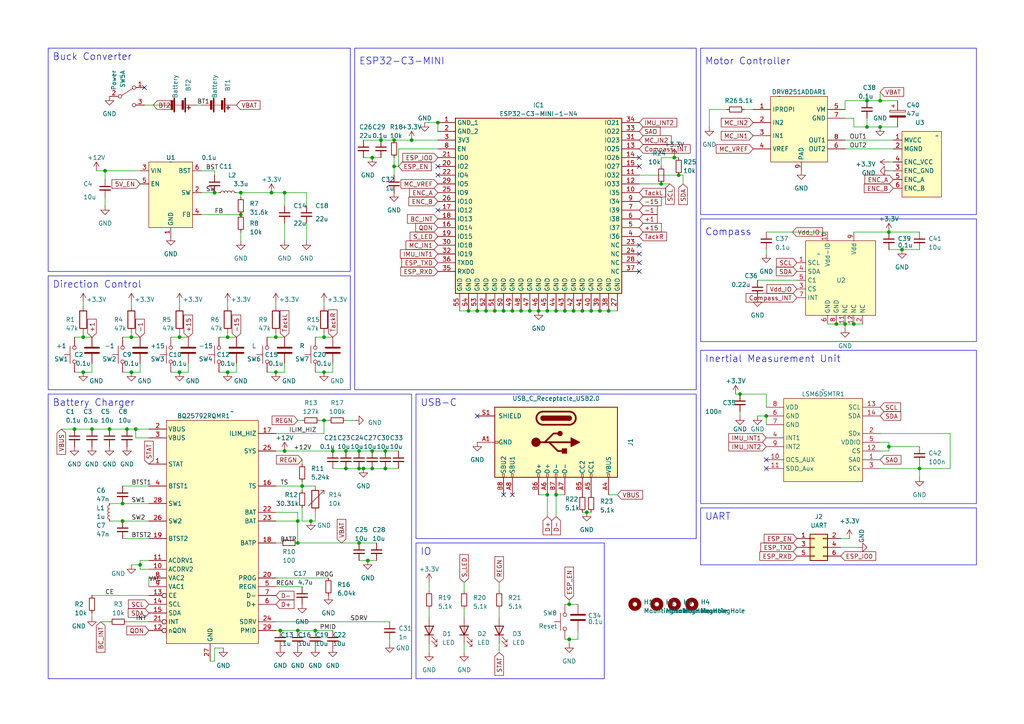
<source format=kicad_sch>
(kicad_sch (version 20230121) (generator eeschema)
  (paper "A4")
  (junction (at 69.85 62.23))
  (junction (at 191.77 53.34))
  (junction (at 38.1 107.95))
  (junction (at 247.65 93.98))
  (junction (at 24.13 107.95))
  (junction (at 31.75 124.46))
  (junction (at 82.55 130.81))
  (junction (at 110.49 40.64))
  (junction (at 161.29 143.51))
  (junction (at 266.7 135.89))
  (junction (at 165.1 185.42))
  (junction (at 165.1 175.26))
  (junction (at 69.85 55.88))
  (junction (at 81.28 182.88))
  (junction (at 114.3 48.26))
  (junction (at 245.11 93.98))
  (junction (at 39.37 124.46))
  (junction (at 80.01 107.95))
  (junction (at 52.07 107.95))
  (junction (at 86.36 151.13))
  (junction (at 93.98 121.92))
  (junction (at 24.13 97.79))
  (junction (at 106.68 162.56))
  (junction (at 35.56 146.05))
  (junction (at 196.85 50.8))
  (junction (at 107.95 135.89))
  (junction (at 107.95 130.81))
  (junction (at 168.91 90.17))
  (junction (at 111.76 130.81))
  (junction (at 66.04 97.79))
  (junction (at 166.37 90.17))
  (junction (at 135.89 90.17))
  (junction (at 87.63 140.97))
  (junction (at 173.99 90.17))
  (junction (at 107.95 45.72))
  (junction (at 38.1 97.79))
  (junction (at 153.67 90.17))
  (junction (at 105.41 135.89))
  (junction (at 100.33 135.89))
  (junction (at 257.81 67.31))
  (junction (at 158.75 90.17))
  (junction (at 40.64 163.83))
  (junction (at 251.46 36.83))
  (junction (at 104.14 135.89))
  (junction (at 35.56 151.13))
  (junction (at 143.51 90.17))
  (junction (at 127 35.56))
  (junction (at 82.55 55.88))
  (junction (at 163.83 90.17))
  (junction (at 114.3 40.64))
  (junction (at 80.01 97.79))
  (junction (at 36.83 124.46))
  (junction (at 104.14 130.81))
  (junction (at 52.07 97.79))
  (junction (at 86.36 182.88))
  (junction (at 96.52 130.81))
  (junction (at 255.27 36.83))
  (junction (at 222.25 120.65))
  (junction (at 91.44 182.88))
  (junction (at 156.21 90.17))
  (junction (at 111.76 135.89))
  (junction (at 148.59 90.17))
  (junction (at 21.59 124.46))
  (junction (at 161.29 90.17))
  (junction (at 242.57 93.98))
  (junction (at 261.62 72.39))
  (junction (at 251.46 29.21))
  (junction (at 176.53 90.17))
  (junction (at 214.63 114.3))
  (junction (at 171.45 90.17))
  (junction (at 158.75 143.51))
  (junction (at 146.05 90.17))
  (junction (at 100.33 130.81))
  (junction (at 119.38 40.64))
  (junction (at 62.23 55.88))
  (junction (at 257.81 129.54))
  (junction (at 93.98 97.79))
  (junction (at 138.43 90.17))
  (junction (at 151.13 90.17))
  (junction (at 93.98 107.95))
  (junction (at 26.67 124.46))
  (junction (at 255.27 29.21))
  (junction (at 195.58 45.72))
  (junction (at 170.18 148.59))
  (junction (at 86.36 157.48))
  (junction (at 140.97 90.17))
  (junction (at 30.48 49.53))
  (junction (at 104.14 157.48))
  (junction (at 90.17 151.13))
  (junction (at 78.74 55.88))
  (junction (at 66.04 107.95))
  (no_connect (at 127 60.96))
  (no_connect (at 41.91 25.4))
  (no_connect (at 185.42 73.66))
  (no_connect (at 222.25 133.35))
  (no_connect (at 148.59 143.51))
  (no_connect (at 146.05 143.51))
  (no_connect (at 185.42 71.12))
  (no_connect (at 127 50.8))
  (no_connect (at 138.43 120.65))
  (no_connect (at 185.42 76.2))
  (no_connect (at 222.25 135.89))
  (no_connect (at 185.42 45.72))
  (no_connect (at 185.42 48.26))
  (no_connect (at 127 48.26))
  (no_connect (at 185.42 78.74))
  (wire (pts (xy 87.63 147.32) (xy 87.63 151.13)))
  (wire (pts (xy 27.94 49.53) (xy 30.48 49.53)))
  (wire (pts (xy 21.59 107.95) (xy 24.13 107.95)))
  (wire (pts (xy 138.43 90.17) (xy 140.97 90.17)))
  (wire (pts (xy 30.48 52.07) (xy 30.48 49.53)))
  (wire (pts (xy 80.01 151.13) (xy 86.36 151.13)))
  (wire (pts (xy 96.52 130.81) (xy 100.33 130.81)))
  (wire (pts (xy 110.49 40.64) (xy 114.3 40.64)))
  (wire (pts (xy 257.81 49.53) (xy 259.08 49.53)))
  (wire (pts (xy 257.81 129.54) (xy 257.81 128.27)))
  (wire (pts (xy 62.23 191.77) (xy 60.96 191.77)))
  (wire (pts (xy 40.64 162.56) (xy 43.18 162.56)))
  (wire (pts (xy 107.95 45.72) (xy 110.49 45.72)))
  (wire (pts (xy 93.98 97.79) (xy 96.52 97.79)))
  (wire (pts (xy 80.01 97.79) (xy 80.01 96.52)))
  (wire (pts (xy 165.1 173.99) (xy 165.1 175.26)))
  (wire (pts (xy 38.1 87.63) (xy 38.1 88.9)))
  (wire (pts (xy 245.11 34.29) (xy 247.65 34.29)))
  (wire (pts (xy 26.67 172.72) (xy 43.18 172.72)))
  (wire (pts (xy 214.63 120.65) (xy 214.63 119.38)))
  (wire (pts (xy 148.59 90.17) (xy 151.13 90.17)))
  (wire (pts (xy 31.75 146.05) (xy 35.56 146.05)))
  (wire (pts (xy 38.1 107.95) (xy 40.64 107.95)))
  (wire (pts (xy 191.77 48.26) (xy 191.77 45.72)))
  (wire (pts (xy 222.25 72.39) (xy 222.25 73.66)))
  (wire (pts (xy 69.85 57.15) (xy 69.85 55.88)))
  (wire (pts (xy 245.11 29.21) (xy 245.11 31.75)))
  (wire (pts (xy 133.35 90.17) (xy 135.89 90.17)))
  (wire (pts (xy 123.19 35.56) (xy 127 35.56)))
  (wire (pts (xy 104.14 157.48) (xy 109.22 157.48)))
  (wire (pts (xy 82.55 107.95) (xy 82.55 105.41)))
  (wire (pts (xy 119.38 40.64) (xy 114.3 40.64)))
  (wire (pts (xy 140.97 90.17) (xy 143.51 90.17)))
  (wire (pts (xy 257.81 129.54) (xy 266.7 129.54)))
  (wire (pts (xy 144.78 189.23) (xy 144.78 186.69)))
  (wire (pts (xy 64.77 187.96) (xy 62.23 187.96)))
  (wire (pts (xy 26.67 179.07) (xy 26.67 177.8)))
  (wire (pts (xy 46.99 30.48) (xy 41.91 30.48)))
  (wire (pts (xy 219.71 81.28) (xy 231.14 81.28)))
  (wire (pts (xy 88.9 64.77) (xy 88.9 69.85)))
  (wire (pts (xy 124.46 168.91) (xy 124.46 171.45)))
  (wire (pts (xy 62.23 55.88) (xy 63.5 55.88)))
  (wire (pts (xy 170.18 148.59) (xy 171.45 148.59)))
  (wire (pts (xy 58.42 62.23) (xy 69.85 62.23)))
  (wire (pts (xy 86.36 151.13) (xy 86.36 157.48)))
  (wire (pts (xy 87.63 151.13) (xy 90.17 151.13)))
  (wire (pts (xy 222.25 120.65) (xy 222.25 123.19)))
  (wire (pts (xy 176.53 143.51) (xy 179.07 143.51)))
  (wire (pts (xy 87.63 139.7) (xy 87.63 140.97)))
  (wire (pts (xy 134.62 168.91) (xy 134.62 171.45)))
  (wire (pts (xy 35.56 107.95) (xy 38.1 107.95)))
  (wire (pts (xy 52.07 97.79) (xy 54.61 97.79)))
  (wire (pts (xy 134.62 189.23) (xy 134.62 186.69)))
  (wire (pts (xy 222.25 67.31) (xy 240.03 67.31)))
  (wire (pts (xy 86.36 182.88) (xy 91.44 182.88)))
  (wire (pts (xy 24.13 97.79) (xy 24.13 96.52)))
  (wire (pts (xy 40.64 163.83) (xy 40.64 162.56)))
  (wire (pts (xy 35.56 97.79) (xy 38.1 97.79)))
  (wire (pts (xy 80.01 167.64) (xy 95.25 167.64)))
  (wire (pts (xy 66.04 87.63) (xy 66.04 88.9)))
  (wire (pts (xy 114.3 48.26) (xy 114.3 50.8)))
  (wire (pts (xy 111.76 135.89) (xy 115.57 135.89)))
  (wire (pts (xy 168.91 148.59) (xy 170.18 148.59)))
  (wire (pts (xy 257.81 46.99) (xy 259.08 46.99)))
  (wire (pts (xy 80.01 180.34) (xy 113.03 180.34)))
  (wire (pts (xy 62.23 187.96) (xy 62.23 191.77)))
  (wire (pts (xy 93.98 121.92) (xy 95.25 121.92)))
  (wire (pts (xy 91.44 182.88) (xy 96.52 182.88)))
  (wire (pts (xy 245.11 43.18) (xy 259.08 43.18)))
  (wire (pts (xy 245.11 93.98) (xy 245.11 95.25)))
  (wire (pts (xy 38.1 163.83) (xy 40.64 163.83)))
  (wire (pts (xy 151.13 90.17) (xy 153.67 90.17)))
  (wire (pts (xy 100.33 130.81) (xy 104.14 130.81)))
  (wire (pts (xy 163.83 185.42) (xy 165.1 185.42)))
  (wire (pts (xy 213.36 114.3) (xy 214.63 114.3)))
  (wire (pts (xy 143.51 90.17) (xy 146.05 90.17)))
  (wire (pts (xy 195.58 45.72) (xy 196.85 45.72)))
  (wire (pts (xy 255.27 125.73) (xy 275.59 125.73)))
  (wire (pts (xy 68.58 107.95) (xy 68.58 105.41)))
  (wire (pts (xy 104.14 162.56) (xy 106.68 162.56)))
  (wire (pts (xy 107.95 135.89) (xy 111.76 135.89)))
  (wire (pts (xy 165.1 175.26) (xy 167.64 175.26)))
  (wire (pts (xy 243.84 156.21) (xy 246.38 156.21)))
  (wire (pts (xy 247.65 34.29) (xy 247.65 36.83)))
  (wire (pts (xy 153.67 90.17) (xy 156.21 90.17)))
  (wire (pts (xy 93.98 87.63) (xy 93.98 88.9)))
  (wire (pts (xy 219.71 120.65) (xy 222.25 120.65)))
  (wire (pts (xy 242.57 93.98) (xy 245.11 93.98)))
  (wire (pts (xy 158.75 143.51) (xy 156.21 143.51)))
  (wire (pts (xy 30.48 57.15) (xy 30.48 59.69)))
  (wire (pts (xy 161.29 143.51) (xy 161.29 149.86)))
  (wire (pts (xy 69.85 55.88) (xy 68.58 55.88)))
  (wire (pts (xy 35.56 140.97) (xy 43.18 140.97)))
  (wire (pts (xy 66.04 97.79) (xy 66.04 96.52)))
  (wire (pts (xy 80.01 140.97) (xy 87.63 140.97)))
  (wire (pts (xy 245.11 40.64) (xy 259.08 40.64)))
  (wire (pts (xy 100.33 121.92) (xy 102.87 121.92)))
  (wire (pts (xy 86.36 157.48) (xy 104.14 157.48)))
  (wire (pts (xy 49.53 97.79) (xy 52.07 97.79)))
  (wire (pts (xy 38.1 97.79) (xy 38.1 96.52)))
  (wire (pts (xy 80.01 107.95) (xy 82.55 107.95)))
  (wire (pts (xy 247.65 67.31) (xy 257.81 67.31)))
  (wire (pts (xy 111.76 130.81) (xy 115.57 130.81)))
  (wire (pts (xy 255.27 36.83) (xy 260.35 36.83)))
  (wire (pts (xy 35.56 151.13) (xy 31.75 151.13)))
  (wire (pts (xy 66.04 97.79) (xy 68.58 97.79)))
  (wire (pts (xy 36.83 124.46) (xy 39.37 124.46)))
  (wire (pts (xy 255.27 130.81) (xy 257.81 130.81)))
  (wire (pts (xy 93.98 97.79) (xy 93.98 96.52)))
  (wire (pts (xy 91.44 97.79) (xy 93.98 97.79)))
  (wire (pts (xy 255.27 135.89) (xy 266.7 135.89)))
  (wire (pts (xy 96.52 107.95) (xy 96.52 105.41)))
  (wire (pts (xy 106.68 162.56) (xy 109.22 162.56)))
  (wire (pts (xy 114.3 48.26) (xy 115.57 48.26)))
  (wire (pts (xy 165.1 185.42) (xy 165.1 186.69)))
  (wire (pts (xy 161.29 90.17) (xy 163.83 90.17)))
  (wire (pts (xy 80.01 125.73) (xy 93.98 125.73)))
  (wire (pts (xy 52.07 97.79) (xy 52.07 96.52)))
  (wire (pts (xy 163.83 175.26) (xy 165.1 175.26)))
  (wire (pts (xy 81.28 182.88) (xy 86.36 182.88)))
  (wire (pts (xy 168.91 90.17) (xy 171.45 90.17)))
  (wire (pts (xy 69.85 67.31) (xy 69.85 69.85)))
  (wire (pts (xy 107.95 130.81) (xy 111.76 130.81)))
  (wire (pts (xy 196.85 50.8) (xy 198.12 50.8)))
  (wire (pts (xy 80.01 148.59) (xy 86.36 148.59)))
  (wire (pts (xy 144.78 168.91) (xy 144.78 171.45)))
  (wire (pts (xy 127 35.56) (xy 127 38.1)))
  (wire (pts (xy 266.7 134.62) (xy 266.7 135.89)))
  (wire (pts (xy 40.64 107.95) (xy 40.64 105.41)))
  (wire (pts (xy 26.67 124.46) (xy 31.75 124.46)))
  (wire (pts (xy 52.07 87.63) (xy 52.07 88.9)))
  (wire (pts (xy 43.18 167.64) (xy 43.18 170.18)))
  (wire (pts (xy 163.83 90.17) (xy 166.37 90.17)))
  (wire (pts (xy 115.57 43.18) (xy 127 43.18)))
  (wire (pts (xy 38.1 97.79) (xy 40.64 97.79)))
  (wire (pts (xy 176.53 90.17) (xy 179.07 90.17)))
  (wire (pts (xy 87.63 140.97) (xy 91.44 140.97)))
  (wire (pts (xy 93.98 125.73) (xy 93.98 121.92)))
  (wire (pts (xy 77.47 97.79) (xy 80.01 97.79)))
  (wire (pts (xy 82.55 130.81) (xy 80.01 130.81)))
  (wire (pts (xy 29.21 180.34) (xy 31.75 180.34)))
  (wire (pts (xy 104.14 130.81) (xy 107.95 130.81)))
  (wire (pts (xy 31.75 124.46) (xy 36.83 124.46)))
  (wire (pts (xy 240.03 93.98) (xy 242.57 93.98)))
  (wire (pts (xy 257.81 67.31) (xy 266.7 67.31)))
  (wire (pts (xy 167.64 182.88) (xy 167.64 185.42)))
  (wire (pts (xy 105.41 135.89) (xy 107.95 135.89)))
  (wire (pts (xy 166.37 90.17) (xy 168.91 90.17)))
  (wire (pts (xy 43.18 127) (xy 39.37 127)))
  (wire (pts (xy 17.78 124.46) (xy 21.59 124.46)))
  (wire (pts (xy 257.81 130.81) (xy 257.81 129.54)))
  (wire (pts (xy 105.41 40.64) (xy 110.49 40.64)))
  (wire (pts (xy 88.9 59.69) (xy 88.9 55.88)))
  (wire (pts (xy 62.23 49.53) (xy 62.23 50.8)))
  (wire (pts (xy 275.59 135.89) (xy 266.7 135.89)))
  (wire (pts (xy 247.65 36.83) (xy 251.46 36.83)))
  (wire (pts (xy 91.44 151.13) (xy 91.44 148.59)))
  (wire (pts (xy 30.48 49.53) (xy 40.64 49.53)))
  (wire (pts (xy 251.46 36.83) (xy 255.27 36.83)))
  (wire (pts (xy 222.25 118.11) (xy 222.25 114.3)))
  (wire (pts (xy 257.81 128.27) (xy 255.27 128.27)))
  (wire (pts (xy 198.12 50.8) (xy 198.12 53.34)))
  (wire (pts (xy 93.98 107.95) (xy 96.52 107.95)))
  (wire (pts (xy 251.46 29.21) (xy 255.27 29.21)))
  (wire (pts (xy 82.55 64.77) (xy 82.55 69.85)))
  (wire (pts (xy 113.03 186.69) (xy 113.03 185.42)))
  (wire (pts (xy 257.81 72.39) (xy 261.62 72.39)))
  (wire (pts (xy 21.59 97.79) (xy 24.13 97.79)))
  (wire (pts (xy 35.56 146.05) (xy 43.18 146.05)))
  (wire (pts (xy 24.13 107.95) (xy 26.67 107.95)))
  (wire (pts (xy 35.56 151.13) (xy 43.18 151.13)))
  (wire (pts (xy 247.65 93.98) (xy 245.11 93.98)))
  (wire (pts (xy 163.83 143.51) (xy 161.29 143.51)))
  (wire (pts (xy 194.31 53.34) (xy 191.77 53.34)))
  (wire (pts (xy 78.74 55.88) (xy 82.55 55.88)))
  (wire (pts (xy 86.36 121.92) (xy 87.63 121.92)))
  (wire (pts (xy 82.55 130.81) (xy 96.52 130.81)))
  (wire (pts (xy 250.19 93.98) (xy 247.65 93.98)))
  (wire (pts (xy 39.37 127) (xy 39.37 124.46)))
  (wire (pts (xy 87.63 133.35) (xy 87.63 134.62)))
  (wire (pts (xy 245.11 29.21) (xy 251.46 29.21)))
  (wire (pts (xy 214.63 114.3) (xy 222.25 114.3)))
  (wire (pts (xy 39.37 124.46) (xy 43.18 124.46)))
  (wire (pts (xy 69.85 55.88) (xy 78.74 55.88)))
  (wire (pts (xy 124.46 176.53) (xy 124.46 179.07)))
  (wire (pts (xy 35.56 156.21) (xy 43.18 156.21)))
  (wire (pts (xy 80.01 97.79) (xy 82.55 97.79)))
  (wire (pts (xy 243.84 158.75) (xy 248.92 158.75)))
  (wire (pts (xy 146.05 90.17) (xy 148.59 90.17)))
  (wire (pts (xy 36.83 180.34) (xy 43.18 180.34)))
  (wire (pts (xy 58.42 49.53) (xy 62.23 49.53)))
  (wire (pts (xy 114.3 48.26) (xy 114.3 45.72)))
  (wire (pts (xy 24.13 87.63) (xy 24.13 88.9)))
  (wire (pts (xy 63.5 107.95) (xy 66.04 107.95)))
  (wire (pts (xy 127 40.64) (xy 119.38 40.64)))
  (wire (pts (xy 124.46 189.23) (xy 124.46 186.69)))
  (wire (pts (xy 58.42 55.88) (xy 62.23 55.88)))
  (wire (pts (xy 92.71 121.92) (xy 93.98 121.92)))
  (wire (pts (xy 156.21 90.17) (xy 158.75 90.17)))
  (wire (pts (xy 26.67 107.95) (xy 26.67 105.41)))
  (wire (pts (xy 158.75 143.51) (xy 158.75 149.86)))
  (wire (pts (xy 80.01 182.88) (xy 81.28 182.88)))
  (wire (pts (xy 21.59 124.46) (xy 26.67 124.46)))
  (wire (pts (xy 185.42 50.8) (xy 196.85 50.8)))
  (wire (pts (xy 191.77 45.72) (xy 195.58 45.72)))
  (wire (pts (xy 104.14 135.89) (xy 105.41 135.89)))
  (wire (pts (xy 251.46 34.29) (xy 251.46 36.83)))
  (wire (pts (xy 40.64 163.83) (xy 40.64 165.1)))
  (wire (pts (xy 63.5 97.79) (xy 66.04 97.79)))
  (wire (pts (xy 205.74 31.75) (xy 205.74 36.83)))
  (wire (pts (xy 215.9 31.75) (xy 218.44 31.75)))
  (wire (pts (xy 66.04 107.95) (xy 68.58 107.95)))
  (wire (pts (xy 135.89 90.17) (xy 138.43 90.17)))
  (wire (pts (xy 144.78 176.53) (xy 144.78 179.07)))
  (wire (pts (xy 100.33 135.89) (xy 104.14 135.89)))
  (wire (pts (xy 58.42 30.48) (xy 57.15 30.48)))
  (wire (pts (xy 87.63 140.97) (xy 87.63 142.24)))
  (wire (pts (xy 115.57 48.26) (xy 115.57 43.18)))
  (wire (pts (xy 171.45 90.17) (xy 173.99 90.17)))
  (wire (pts (xy 91.44 107.95) (xy 93.98 107.95)))
  (wire (pts (xy 105.41 45.72) (xy 107.95 45.72)))
  (wire (pts (xy 158.75 90.17) (xy 161.29 90.17)))
  (wire (pts (xy 80.01 87.63) (xy 80.01 88.9)))
  (wire (pts (xy 49.53 107.95) (xy 52.07 107.95)))
  (wire (pts (xy 86.36 148.59) (xy 86.36 151.13)))
  (wire (pts (xy 134.62 176.53) (xy 134.62 179.07)))
  (wire (pts (xy 255.27 26.67) (xy 255.27 29.21)))
  (wire (pts (xy 275.59 125.73) (xy 275.59 135.89)))
  (wire (pts (xy 167.64 185.42) (xy 165.1 185.42)))
  (wire (pts (xy 80.01 170.18) (xy 87.63 170.18)))
  (wire (pts (xy 255.27 29.21) (xy 260.35 29.21)))
  (wire (pts (xy 90.17 151.13) (xy 91.44 151.13)))
  (wire (pts (xy 52.07 107.95) (xy 54.61 107.95)))
  (wire (pts (xy 88.9 55.88) (xy 82.55 55.88)))
  (wire (pts (xy 82.55 59.69) (xy 82.55 55.88)))
  (wire (pts (xy 24.13 97.79) (xy 26.67 97.79)))
  (wire (pts (xy 54.61 107.95) (xy 54.61 105.41)))
  (wire (pts (xy 81.28 157.48) (xy 80.01 157.48)))
  (wire (pts (xy 261.62 72.39) (xy 266.7 72.39)))
  (wire (pts (xy 266.7 135.89) (xy 266.7 138.43)))
  (wire (pts (xy 191.77 53.34) (xy 185.42 53.34)))
  (wire (pts (xy 210.82 31.75) (xy 205.74 31.75)))
  (wire (pts (xy 77.47 107.95) (xy 80.01 107.95)))
  (wire (pts (xy 173.99 90.17) (xy 176.53 90.17)))
  (wire (pts (xy 43.18 165.1) (xy 40.64 165.1)))
  (wire (pts (xy 96.52 135.89) (xy 100.33 135.89)))
  (rectangle (start 203.2 63.5) (end 283.21 99.06))
  (rectangle (start 13.97 114.3) (end 119.38 196.85))
  (rectangle (start 120.65 114.3) (end 201.93 156.21))
  (rectangle (start 13.97 13.97) (end 101.6 78.74))
  (rectangle (start 102.87 13.97) (end 201.93 113.03))
  (rectangle (start 203.2 101.6) (end 283.21 146.05))
  (rectangle (start 120.65 157.48) (end 175.26 196.85))
  (rectangle (start 13.97 80.01) (end 101.6 113.03))
  (rectangle (start 203.2 147.32) (end 283.21 163.83))
  (rectangle (start 203.2 13.97) (end 283.21 62.23))
  (text "Inertial Measurement Unit\n" (at 204.47 105.41 0) (effects (font (size 2 2)) (justify left bottom)))
  (text "Compass\n" (at 204.47 68.58 0) (effects (font (size 2 2)) (justify left bottom)))
  (text "USB-C" (at 121.92 118.11 0) (effects (font (size 2 2)) (justify left bottom)))
  (text "Buck Converter\n" (at 15.24 17.78 0) (effects (font (size 2 2)) (justify left bottom)))
  (text "Motor Controller" (at 204.47 19.05 0) (effects (font (size 2 2)) (justify left bottom)))
  (text "ESP32-C3-MINI\n" (at 104.14 19.05 0) (effects (font (size 2 2)) (justify left bottom)))
  (text "Direction Control\n" (at 15.24 83.82 0) (effects (font (size 2 2)) (justify left bottom)))
  (text "Battery Charger\n" (at 15.24 118.11 0) (effects (font (size 2 2)) (justify left bottom)))
  (text "IO\n" (at 121.92 161.29 0) (effects (font (size 2 2)) (justify left bottom)))
  (text "UART\n" (at 204.47 151.13 0) (effects (font (size 2 2)) (justify left bottom)))
  (label "PROG" (at 91.44 167.64 0))
  (label "SW1" (at 38.1 146.05 0))
  (label "ILIM_HIZ" (at 83.82 125.73 0))
  (label "TS" (at 81.28 140.97 0))
  (label "BT1" (at 57.15 30.48 0))
  (label "BTST1" (at 38.1 140.97 0))
  (label "BATP" (at 81.28 157.48 0))
  (label "OUT2" (at 246.38 43.18 0))
  (label "CE" (at 30.48 172.72 0))
  (label "BTST2" (at 38.1 156.21 0))
  (label "VAC" (at 43.18 168.91 0))
  (label "SW2" (at 38.1 151.13 0))
  (label "+12V" (at 85.09 130.81 0))
  (label "INT" (at 39.37 180.34 0))
  (label "OUT1" (at 246.38 40.64 0))
  (label "REGN" (at 80.01 170.18 0))
  (label "SW" (at 59.69 55.88 0))
  (label "PMID" (at 92.71 182.88 0))
  (label "SDRV" (at 101.6 180.34 0))
  (label "BST" (at 59.69 49.53 0))
  (label "FB" (at 62.23 62.23 0))
  (global_label "SDA" (shape input) (at 198.12 53.34 270) (property "Intersheetrefs" "${INTERSHEET_REFS}" (effects hide)))
  (global_label "VBUS" (shape input) (at 179.07 143.51 0) (property "Intersheetrefs" "${INTERSHEET_REFS}" (effects hide)))
  (global_label "TackL" (shape input) (at 82.55 97.79 90) (property "Intersheetrefs" "${INTERSHEET_REFS}" (effects hide)))
  (global_label "SAO" (shape input) (at 185.42 38.1 0) (property "Intersheetrefs" "${INTERSHEET_REFS}" (effects hide)))
  (global_label "-15" (shape input) (at 68.58 97.79 90) (property "Intersheetrefs" "${INTERSHEET_REFS}" (effects hide)))
  (global_label "S_LED" (shape input) (at 127 68.58 180) (property "Intersheetrefs" "${INTERSHEET_REFS}" (effects hide)))
  (global_label "IMU_INT2" (shape input) (at 222.25 129.54 180) (property "Intersheetrefs" "${INTERSHEET_REFS}" (effects hide)))
  (global_label "ESP_TXD" (shape input) (at 231.14 158.75 180) (property "Intersheetrefs" "${INTERSHEET_REFS}" (effects hide)))
  (global_label "SCL" (shape input) (at 255.27 118.11 0) (property "Intersheetrefs" "${INTERSHEET_REFS}" (effects hide)))
  (global_label "VBAT" (shape input) (at 255.27 26.67 0) (property "Intersheetrefs" "${INTERSHEET_REFS}" (effects hide)))
  (global_label "+15" (shape input) (at 185.42 66.04 0) (property "Intersheetrefs" "${INTERSHEET_REFS}" (effects hide)))
  (global_label "VBAT" (shape input) (at 99.06 157.48 90) (property "Intersheetrefs" "${INTERSHEET_REFS}" (effects hide)))
  (global_label "MC_IN1" (shape input) (at 218.44 39.37 180) (property "Intersheetrefs" "${INTERSHEET_REFS}" (effects hide)))
  (global_label "Vdd_IO" (shape input) (at 231.14 83.82 180) (property "Intersheetrefs" "${INTERSHEET_REFS}" (effects hide)))
  (global_label "REGN" (shape input) (at 144.78 168.91 90) (property "Intersheetrefs" "${INTERSHEET_REFS}" (effects hide)))
  (global_label "Compass_INT" (shape input) (at 231.14 86.36 180) (property "Intersheetrefs" "${INTERSHEET_REFS}" (effects hide)))
  (global_label "ENC_A" (shape input) (at 127 55.88 180) (property "Intersheetrefs" "${INTERSHEET_REFS}" (effects hide)))
  (global_label "S_LED" (shape input) (at 134.62 168.91 90) (property "Intersheetrefs" "${INTERSHEET_REFS}" (effects hide)))
  (global_label "+1" (shape input) (at 185.42 63.5 0) (property "Intersheetrefs" "${INTERSHEET_REFS}" (effects hide)))
  (global_label "ESP_RXD" (shape input) (at 127 78.74 180) (property "Intersheetrefs" "${INTERSHEET_REFS}" (effects hide)))
  (global_label "TackR" (shape input) (at 185.42 68.58 0) (property "Intersheetrefs" "${INTERSHEET_REFS}" (effects hide)))
  (global_label "SAO" (shape input) (at 255.27 133.35 0) (property "Intersheetrefs" "${INTERSHEET_REFS}" (effects hide)))
  (global_label "D-" (shape input) (at 161.29 149.86 270) (property "Intersheetrefs" "${INTERSHEET_REFS}" (effects hide)))
  (global_label "IMU_INT1" (shape input) (at 127 73.66 180) (property "Intersheetrefs" "${INTERSHEET_REFS}" (effects hide)))
  (global_label "ESP_TXD" (shape input) (at 127 76.2 180) (property "Intersheetrefs" "${INTERSHEET_REFS}" (effects hide)))
  (global_label "D+" (shape input) (at 158.75 149.86 270) (property "Intersheetrefs" "${INTERSHEET_REFS}" (effects hide)))
  (global_label "SCL" (shape input) (at 43.18 175.26 180) (property "Intersheetrefs" "${INTERSHEET_REFS}" (effects hide)))
  (global_label "SDA" (shape input) (at 255.27 120.65 0) (property "Intersheetrefs" "${INTERSHEET_REFS}" (effects hide)))
  (global_label "-1" (shape input) (at 40.64 97.79 90) (property "Intersheetrefs" "${INTERSHEET_REFS}" (effects hide)))
  (global_label "ENC_B" (shape input) (at 259.08 54.61 180) (property "Intersheetrefs" "${INTERSHEET_REFS}" (effects hide)))
  (global_label "VBAT" (shape input) (at 68.58 30.48 0) (property "Intersheetrefs" "${INTERSHEET_REFS}" (effects hide)))
  (global_label "IMU_INT2" (shape input) (at 185.42 35.56 0) (property "Intersheetrefs" "${INTERSHEET_REFS}" (effects hide)))
  (global_label "-1" (shape input) (at 185.42 60.96 0) (property "Intersheetrefs" "${INTERSHEET_REFS}" (effects hide)))
  (global_label "-15" (shape input) (at 185.42 58.42 0) (property "Intersheetrefs" "${INTERSHEET_REFS}" (effects hide)))
  (global_label "5V_EN" (shape input) (at 40.64 53.34 180) (property "Intersheetrefs" "${INTERSHEET_REFS}" (effects hide)))
  (global_label "Vdd_IO" (shape input) (at 229.87 67.31 0) (property "Intersheetrefs" "${INTERSHEET_REFS}" (effects hide)))
  (global_label "D-" (shape input) (at 80.01 172.72 0) (property "Intersheetrefs" "${INTERSHEET_REFS}" (effects hide)))
  (global_label "STAT" (shape input) (at 144.78 189.23 270) (property "Intersheetrefs" "${INTERSHEET_REFS}" (effects hide)))
  (global_label "ENC_A" (shape input) (at 259.08 52.07 180) (property "Intersheetrefs" "${INTERSHEET_REFS}" (effects hide)))
  (global_label "MC_IN1" (shape input) (at 127 71.12 180) (property "Intersheetrefs" "${INTERSHEET_REFS}" (effects hide)))
  (global_label "BT2" (shape input) (at 44.45 30.48 0) (property "Intersheetrefs" "${INTERSHEET_REFS}" (effects hide)))
  (global_label "MC_IN2" (shape input) (at 185.42 40.64 0) (property "Intersheetrefs" "${INTERSHEET_REFS}" (effects hide)))
  (global_label "BC_INT" (shape input) (at 29.21 180.34 270) (property "Intersheetrefs" "${INTERSHEET_REFS}" (effects hide)))
  (global_label "MC_IN2" (shape input) (at 218.44 35.56 180) (property "Intersheetrefs" "${INTERSHEET_REFS}" (effects hide)))
  (global_label "QON" (shape input) (at 43.18 182.88 180) (property "Intersheetrefs" "${INTERSHEET_REFS}" (effects hide)))
  (global_label "+1" (shape input) (at 26.67 97.79 90) (property "Intersheetrefs" "${INTERSHEET_REFS}" (effects hide)))
  (global_label "ENC_B" (shape input) (at 127 58.42 180) (property "Intersheetrefs" "${INTERSHEET_REFS}" (effects hide)))
  (global_label "ESP_EN" (shape input) (at 115.57 48.26 0) (property "Intersheetrefs" "${INTERSHEET_REFS}" (effects hide)))
  (global_label "REGN" (shape input) (at 87.63 133.35 180) (property "Intersheetrefs" "${INTERSHEET_REFS}" (effects hide)))
  (global_label "SDA" (shape input) (at 43.18 177.8 180) (property "Intersheetrefs" "${INTERSHEET_REFS}" (effects hide)))
  (global_label "+15" (shape input) (at 54.61 97.79 90) (property "Intersheetrefs" "${INTERSHEET_REFS}" (effects hide)))
  (global_label "Compass_INT" (shape input) (at 185.42 43.18 0) (property "Intersheetrefs" "${INTERSHEET_REFS}" (effects hide)))
  (global_label "TackL" (shape input) (at 185.42 55.88 0) (property "Intersheetrefs" "${INTERSHEET_REFS}" (effects hide)))
  (global_label "VBUS" (shape input) (at 17.78 124.46 270) (property "Intersheetrefs" "${INTERSHEET_REFS}" (effects hide)))
  (global_label "MC_VREF" (shape input) (at 127 53.34 180) (property "Intersheetrefs" "${INTERSHEET_REFS}" (effects hide)))
  (global_label "ESP_IO0" (shape input) (at 243.84 161.29 0) (property "Intersheetrefs" "${INTERSHEET_REFS}" (effects hide)))
  (global_label "TackR" (shape input) (at 96.52 97.79 90) (property "Intersheetrefs" "${INTERSHEET_REFS}" (effects hide)))
  (global_label "REGN" (shape input) (at 86.36 121.92 180) (property "Intersheetrefs" "${INTERSHEET_REFS}" (effects hide)))
  (global_label "SDA" (shape input) (at 231.14 78.74 180) (property "Intersheetrefs" "${INTERSHEET_REFS}" (effects hide)))
  (global_label "ESP_IO0" (shape input) (at 127 45.72 180) (property "Intersheetrefs" "${INTERSHEET_REFS}" (effects hide)))
  (global_label "D+" (shape input) (at 80.01 175.26 0) (property "Intersheetrefs" "${INTERSHEET_REFS}" (effects hide)))
  (global_label "BC_INT" (shape input) (at 127 63.5 180) (property "Intersheetrefs" "${INTERSHEET_REFS}" (effects hide)))
  (global_label "ESP_RXD" (shape input) (at 231.14 161.29 180) (property "Intersheetrefs" "${INTERSHEET_REFS}" (effects hide)))
  (global_label "ESP_EN" (shape input) (at 165.1 173.99 90) (property "Intersheetrefs" "${INTERSHEET_REFS}" (effects hide)))
  (global_label "IMU_INT1" (shape input) (at 222.25 127 180) (property "Intersheetrefs" "${INTERSHEET_REFS}" (effects hide)))
  (global_label "ESP_EN" (shape input) (at 231.14 156.21 180) (property "Intersheetrefs" "${INTERSHEET_REFS}" (effects hide)))
  (global_label "QON" (shape input) (at 127 66.04 180) (property "Intersheetrefs" "${INTERSHEET_REFS}" (effects hide)))
  (global_label "SCL" (shape input) (at 194.31 53.34 270) (property "Intersheetrefs" "${INTERSHEET_REFS}" (effects hide)))
  (global_label "MC_VREF" (shape input) (at 218.44 43.18 180) (property "Intersheetrefs" "${INTERSHEET_REFS}" (effects hide)))
  (global_label "SCL" (shape input) (at 231.14 76.2 180) (property "Intersheetrefs" "${INTERSHEET_REFS}" (effects hide)))
  (global_label "STAT" (shape input) (at 43.18 134.62 90) (property "Intersheetrefs" "${INTERSHEET_REFS}" (effects hide)))
  (symbol (lib_id "power:GND") (at 64.77 187.96 0) (unit 1)
    (property "Reference" "#PWR017" (effects hide))
    (property "Value" "GND" (at 64.77 193.04 0))
  )
  (symbol (lib_id "power:GND") (at 106.68 162.56 0) (unit 1)
    (property "Reference" "#PWR038" (effects hide))
    (property "Value" "GND" (at 106.68 167.64 0))
  )
  (symbol (lib_id "Device:R_Small") (at 87.63 137.16 0) (unit 1)
    (property "Reference" "R11" (at 90.17 135.89 0) (effects (justify left)))
    (property "Value" "5.24k" (at 90.17 138.43 0) (effects (justify left)))
    (property "Footprint" "Resistor_SMD:R_0402_1005Metric" (effects hide))
  )
  (symbol (lib_id "Device:R_Small") (at 213.36 31.75 90) (unit 1)
    (property "Reference" "R26" (at 212.09 29.21 90))
    (property "Value" "5.1k" (at 218.44 29.21 90) (effects (justify left)))
    (property "Footprint" "Resistor_SMD:R_0402_1005Metric" (effects hide))
  )
  (symbol (lib_id "power:+3.3V") (at 66.04 87.63 0) (unit 1)
    (property "Reference" "#PWR018" (effects hide))
    (property "Value" "+3.3V" (at 69.85 86.868 0))
  )
  (symbol (lib_id "Switch:SW_Push") (at 21.59 102.87 90) (unit 1)
    (property "Reference" "SW1" (at 17.78 104.14 90))
    (property "Value" "+1" (at 17.78 100.33 90))
    (property "Footprint" "Switch:Tactile_5.5mmx2.85mm" (effects hide))
  )
  (symbol (lib_id "Device:R_Small") (at 124.46 173.99 0) (unit 1)
    (property "Reference" "R19" (at 127 173.355 0) (effects (justify left)))
    (property "Value" "5.1k" (at 127 175.895 0) (effects (justify left)))
    (property "Footprint" "Resistor_SMD:R_0402_1005Metric" (effects hide))
  )
  (symbol (lib_id "Device:Battery") (at 63.5 30.48 270) (unit 1)
    (property "Reference" "BT1" (at 66.04 22.86 0) (effects (justify left)))
    (property "Value" "Battery" (at 62.23 21.59 0) (effects (justify left)))
    (property "Footprint" "18650:254 clip" (effects hide))
  )
  (symbol (lib_id "Device:R") (at 24.13 92.71 0) (unit 1)
    (property "Reference" "R1" (at 19.05 92.71 0) (effects (justify left)))
    (property "Value" "47k" (at 19.05 95.25 0) (effects (justify left)))
    (property "Footprint" "Resistor_SMD:R_0402_1005Metric" (effects hide))
  )
  (symbol (lib_id "Device:R_Small") (at 69.85 59.69 0) (unit 1)
    (property "Reference" "R7" (at 72.39 59.055 0) (effects (justify left)))
    (property "Value" "31.6k" (at 72.39 61.595 0) (effects (justify left)))
    (property "Footprint" "Resistor_SMD:R_0402_1005Metric" (effects hide))
  )
  (symbol (lib_id "Device:R_Small") (at 83.82 157.48 90) (unit 1)
    (property "Reference" "R10" (at 83.82 160.02 90))
    (property "Value" "100" (at 83.82 162.56 90))
    (property "Footprint" "Resistor_SMD:R_0402_1005Metric" (effects hide))
  )
  (symbol (lib_id "Device:C_Small") (at 87.63 172.72 0) (unit 1)
    (property "Reference" "C17" (at 85.09 166.37 0) (effects (justify left)))
    (property "Value" "4.7u" (at 86.36 168.91 0) (effects (justify left)))
    (property "Footprint" "Capacitor_SMD:C_0402_1005Metric" (effects hide))
  )
  (symbol (lib_id "Compass:LIS2MDLTR") (at 237.49 73.66 0) (unit 1)
    (property "Reference" "U2" (at 242.57 81.28 0) (effects (justify left)))
    (property "Value" "~" (at 237.49 73.66 0))
    (property "Footprint" "Package_LGA:LGA-12_2x2mm_P0.5mm" (effects hide))
  )
  (symbol (lib_id "power:GND") (at 80.01 107.95 0) (unit 1)
    (property "Reference" "#PWR023" (effects hide))
    (property "Value" "GND" (at 83.82 110.49 0))
  )
  (symbol (lib_id "power:GND") (at 96.52 187.96 0) (unit 1)
    (property "Reference" "#PWR035" (effects hide))
    (property "Value" "GND" (at 96.52 193.04 0))
  )
  (symbol (lib_id "Switch:SW_Push") (at 91.44 102.87 90) (unit 1)
    (property "Reference" "SW7" (at 87.63 104.14 90))
    (property "Value" "R" (at 87.63 100.33 90))
    (property "Footprint" "Switch:Tactile_5.5mmx2.85mm" (effects hide))
  )
  (symbol (lib_id "Device:R_Small") (at 171.45 146.05 0) (unit 1)
    (property "Reference" "R23" (at 173.99 145.415 0) (effects (justify left)))
    (property "Value" "5.1k" (at 173.99 147.955 0) (effects (justify left)))
    (property "Footprint" "Resistor_SMD:R_0402_1005Metric" (effects hide))
  )
  (symbol (lib_id "power:GND") (at 232.41 49.53 0) (unit 1)
    (property "Reference" "#PWR058" (effects hide))
    (property "Value" "GND" (at 232.41 54.61 0))
  )
  (symbol (lib_id "power:GND") (at 123.19 35.56 0) (unit 1)
    (property "Reference" "#PWR043" (effects hide))
    (property "Value" "GND" (at 123.19 34.29 0))
  )
  (symbol (lib_id "Device:R_Small") (at 90.17 121.92 270) (unit 1)
    (property "Reference" "R13" (at 90.17 116.84 90))
    (property "Value" "127k" (at 90.17 119.38 90))
    (property "Footprint" "Resistor_SMD:R_0402_1005Metric" (effects hide))
  )
  (symbol (lib_id "power:+3.3V") (at 246.38 156.21 0) (unit 1)
    (property "Reference" "#PWR060" (effects hide))
    (property "Value" "+3.3V" (at 246.38 151.13 0))
  )
  (symbol (lib_id "Device:C_Small") (at 113.03 182.88 0) (unit 1)
    (property "Reference" "C31" (at 115.57 182.2513 0) (effects (justify left)))
    (property "Value" "1n" (at 115.57 184.7913 0) (effects (justify left)))
    (property "Footprint" "Capacitor_SMD:C_0402_1005Metric" (effects hide))
  )
  (symbol (lib_id "Mechanical:MountingHole") (at 184.15 175.26 0) (unit 1)
    (property "Reference" "H1" (at 186.69 174.625 0) (effects (justify left)))
    (property "Value" "MountingHole" (at 186.69 177.165 0) (effects (justify left)))
    (property "Footprint" "MountingHole:MountingHole_2.2mm_M2" (effects hide))
  )
  (symbol (lib_id "power:GND") (at 248.92 158.75 90) (unit 1)
    (property "Reference" "#PWR061" (effects hide))
    (property "Value" "GND" (at 249.936 155.448 0))
  )
  (symbol (lib_id "Device:C_Small") (at 219.71 83.82 0) (unit 1)
    (property "Reference" "C36" (at 215.9 80.01 0) (effects (justify left)))
    (property "Value" "0.22u" (at 212.09 82.55 0) (effects (justify left)))
    (property "Footprint" "Capacitor_SMD:C_0402_1005Metric" (effects hide))
  )
  (symbol (lib_id "LiPo_Charger_BQ25792RQMR:BQ25792RQMR") (at 60.96 121.92 0) (unit 1)
    (property "Reference" "BQ25792RQMR1" (at 59.055 120.65 0))
    (property "Value" "~" (at 67.31 119.38 0))
    (property "Footprint" "Lipo_Charger:BQ25792" (effects hide))
  )
  (symbol (lib_id "power:GND") (at 170.18 148.59 0) (unit 1)
    (property "Reference" "#PWR050" (effects hide))
    (property "Value" "GND" (at 170.18 153.67 0))
  )
  (symbol (lib_id "Device:C_Small") (at 35.56 153.67 0) (unit 1)
    (property "Reference" "C7" (at 27.94 152.4 0) (effects (justify left)))
    (property "Value" "47n" (at 27.94 154.94 0) (effects (justify left)))
    (property "Footprint" "Capacitor_SMD:C_0402_1005Metric" (effects hide))
  )
  (symbol (lib_id "Device:L_Small") (at 66.04 55.88 90) (unit 1)
    (property "Reference" "L2" (at 67.31 50.8 90))
    (property "Value" "3.3u" (at 69.85 53.34 90))
    (property "Footprint" "Inductor_SMD:L_Sunlord_MWSA0618S" (effects hide))
  )
  (symbol (lib_id "power:GND") (at 124.46 189.23 0) (unit 1)
    (property "Reference" "#PWR045" (effects hide))
    (property "Value" "GND" (at 124.46 194.31 0))
  )
  (symbol (lib_id "Device:R") (at 38.1 92.71 0) (unit 1)
    (property "Reference" "R4" (at 33.02 92.71 0) (effects (justify left)))
    (property "Value" "47k" (at 33.02 95.25 0) (effects (justify left)))
    (property "Footprint" "Resistor_SMD:R_0402_1005Metric" (effects hide))
  )
  (symbol (lib_id "power:+3.3V") (at 195.58 45.72 0) (unit 1)
    (property "Reference" "#PWR051" (effects hide))
    (property "Value" "+3.3V" (at 195.58 41.91 0))
  )
  (symbol (lib_id "Device:R_Small") (at 69.85 64.77 0) (unit 1)
    (property "Reference" "R8" (at 72.39 64.77 0) (effects (justify left)))
    (property "Value" "10k" (at 72.39 67.31 0) (effects (justify left)))
    (property "Footprint" "Resistor_SMD:R_0402_1005Metric" (effects hide))
  )
  (symbol (lib_id "Device:R_Small") (at 144.78 173.99 0) (unit 1)
    (property "Reference" "R21" (at 147.32 173.355 0) (effects (justify left)))
    (property "Value" "5.1k" (at 147.32 175.895 0) (effects (justify left)))
    (property "Footprint" "Resistor_SMD:R_0402_1005Metric" (effects hide))
  )
  (symbol (lib_id "Device:C_Small") (at 96.52 133.35 0) (unit 1)
    (property "Reference" "C21" (at 93.98 127 0) (effects (justify left)))
    (property "Value" "0.1u" (at 92.71 129.54 0) (effects (justify left)))
    (property "Footprint" "Capacitor_SMD:C_0402_1005Metric" (effects hide))
  )
  (symbol (lib_id "power:GND") (at 222.25 73.66 0) (unit 1)
    (property "Reference" "#PWR057" (effects hide))
    (property "Value" "GND" (at 222.25 78.74 0))
  )
  (symbol (lib_id "Device:Battery") (at 52.07 30.48 270) (unit 1)
    (property "Reference" "BT2" (at 54.61 22.86 0) (effects (justify left)))
    (property "Value" "Battery" (at 50.8 21.59 0) (effects (justify left)))
    (property "Footprint" "18650:254 clip" (effects hide))
  )
  (symbol (lib_id "power:GND") (at 86.36 187.96 0) (unit 1)
    (property "Reference" "#PWR027" (effects hide))
    (property "Value" "GND" (at 86.36 193.04 0))
  )
  (symbol (lib_id "Device:R_Small") (at 168.91 146.05 0) (unit 1)
    (property "Reference" "R22" (at 163.83 144.78 0) (effects (justify left)))
    (property "Value" "5.1k" (at 163.83 147.32 0) (effects (justify left)))
    (property "Footprint" "Resistor_SMD:R_0402_1005Metric" (effects hide))
  )
  (symbol (lib_id "Device:C_Small") (at 214.63 116.84 0) (unit 1)
    (property "Reference" "C35" (at 209.55 116.84 0) (effects (justify left)))
    (property "Value" "100n" (at 204.47 119.38 0) (effects (justify left)))
    (property "Footprint" "Capacitor_SMD:C_0402_1005Metric" (effects hide))
  )
  (symbol (lib_id "power:GND") (at 38.1 163.83 0) (unit 1)
    (property "Reference" "#PWR013" (effects hide))
    (property "Value" "GND" (at 34.29 166.37 0))
  )
  (symbol (lib_id "power:GND") (at 134.62 189.23 0) (unit 1)
    (property "Reference" "#PWR046" (effects hide))
    (property "Value" "GND" (at 134.62 194.31 0))
  )
  (symbol (lib_id "Device:C_Small") (at 251.46 31.75 0) (unit 1)
    (property "Reference" "C38" (at 250.19 25.4 0) (effects (justify left)))
    (property "Value" "0.1u" (at 248.92 27.94 0) (effects (justify left)))
    (property "Footprint" "Capacitor_SMD:C_0402_1005Metric" (effects hide))
  )
  (symbol (lib_id "Device:C") (at 68.58 101.6 0) (unit 1)
    (property "Reference" "C12" (at 64.77 102.87 0))
    (property "Value" "0.1u" (at 66.04 105.41 0))
    (property "Footprint" "Capacitor_SMD:C_0402_1005Metric" (effects hide))
  )
  (symbol (lib_id "ESP32-C3-MINI-1-N4:ESP32-C3-MINI-1-N4") (at 158.75 52.07 0) (unit 1)
    (property "Reference" "IC1" (at 156.21 30.48 0))
    (property "Value" "ESP32-C3-MINI-1-N4" (at 156.21 33.02 0))
    (property "Footprint" "ESP32MINI1N4:ESP32MINI1N4" (effects hide))
    (property "Datasheet" "https://www.mouser.com/datasheet/2/891/Espressif_ESP32_C3_MINI_1_Datasheet-2006822.pdf" (effects hide))
    (property "Height" "2.55" (effects hide))
    (property "Manufacturer_Name" "Espressif Systems" (effects hide))
    (property "Manufacturer_Part_Number" "ESP32-C3-MINI-1-N4" (effects hide))
    (property "Mouser Part Number" "356-ESP32-C3-MINI1N4" (effects hide))
    (property "Mouser Price/Stock" "https://www.mouser.co.uk/ProductDetail/Espressif-Systems/ESP32-C3-MINI-1-N4?qs=stqOd1AaK7%252B%2FpH3qqyGehA%3D%3D" (effects hide))
  )
  (symbol (lib_id "Device:R") (at 66.04 92.71 0) (unit 1)
    (property "Reference" "R6" (at 60.96 92.71 0) (effects (justify left)))
    (property "Value" "47k" (at 60.96 95.25 0) (effects (justify left)))
    (property "Footprint" "Resistor_SMD:R_0402_1005Metric" (effects hide))
  )
  (symbol (lib_id "power:GND") (at 107.95 45.72 0) (unit 1)
    (property "Reference" "#PWR039" (effects hide))
    (property "Value" "GND" (at 106.68 50.8 0))
  )
  (symbol (lib_id "Device:R_Small") (at 196.85 48.26 0) (unit 1)
    (property "Reference" "R25" (at 198.12 46.99 0) (effects (justify left)))
    (property "Value" "10k" (at 198.12 49.53 0) (effects (justify left)))
    (property "Footprint" "Resistor_SMD:R_0402_1005Metric" (effects hide))
  )
  (symbol (lib_id "Device:LED") (at 124.46 182.88 90) (unit 1)
    (property "Reference" "D1" (at 128.27 183.8325 90) (effects (justify right)))
    (property "Value" "LED" (at 128.27 186.3725 90) (effects (justify right)))
    (property "Footprint" "Capacitor_SMD:C_0805_2012Metric" (effects hide))
  )
  (symbol (lib_id "power:GND") (at 21.59 129.54 0) (unit 1)
    (property "Reference" "#PWR01" (effects hide))
    (property "Value" "GND" (at 21.59 134.62 0))
  )
  (symbol (lib_id "power:GND") (at 31.75 129.54 0) (unit 1)
    (property "Reference" "#PWR08" (effects hide))
    (property "Value" "GND" (at 31.75 134.62 0))
  )
  (symbol (lib_id "power:GND") (at 90.17 151.13 0) (unit 1)
    (property "Reference" "#PWR030" (effects hide))
    (property "Value" "GND" (at 93.98 152.4 0))
  )
  (symbol (lib_id "power:GND") (at 245.11 95.25 0) (unit 1)
    (property "Reference" "#PWR059" (effects hide))
    (property "Value" "GND" (at 245.11 100.33 0))
  )
  (symbol (lib_id "power:+3.3V") (at 124.46 168.91 0) (unit 1)
    (property "Reference" "#PWR044" (effects hide))
    (property "Value" "+3.3V" (at 124.46 165.1 0))
  )
  (symbol (lib_id "Mechanical:MountingHole") (at 190.5 175.26 0) (unit 1)
    (property "Reference" "H2" (at 193.04 174.625 0) (effects (justify left)))
    (property "Value" "MountingHole" (at 193.04 177.165 0) (effects (justify left)))
    (property "Footprint" "MountingHole:MountingHole_2.2mm_M2" (effects hide))
  )
  (symbol (lib_id "Switch:SW_Push") (at 63.5 102.87 90) (unit 1)
    (property "Reference" "SW4" (at 59.69 104.14 90))
    (property "Value" "-15" (at 59.69 100.33 90))
    (property "Footprint" "Switch:Tactile_5.5mmx2.85mm" (effects hide))
  )
  (symbol (lib_id "Device:C_Small") (at 82.55 62.23 0) (unit 1)
    (property "Reference" "C14" (at 85.09 59.69 0) (effects (justify left)))
    (property "Value" "22u" (at 85.09 64.77 0) (effects (justify left)))
    (property "Footprint" "Capacitor_SMD:C_0603_1608Metric" (effects hide))
  )
  (symbol (lib_id "Device:R_Small") (at 97.79 121.92 90) (unit 1)
    (property "Reference" "R17" (at 97.79 116.84 90))
    (property "Value" "100k" (at 97.79 119.38 90))
    (property "Footprint" "Resistor_SMD:R_0402_1005Metric" (effects hide))
  )
  (symbol (lib_id "Device:C") (at 54.61 101.6 0) (unit 1)
    (property "Reference" "C10" (at 50.8 102.87 0))
    (property "Value" "0.1u" (at 52.07 105.41 0))
    (property "Footprint" "Capacitor_SMD:C_0402_1005Metric" (effects hide))
  )
  (symbol (lib_id "power:+3.3V") (at 119.38 40.64 0) (unit 1)
    (property "Reference" "#PWR042" (effects hide))
    (property "Value" "+3.3V" (at 119.38 36.83 0))
  )
  (symbol (lib_id "Device:C_Small") (at 114.3 53.34 0) (unit 1)
    (property "Reference" "C32" (at 110.49 52.07 0) (effects (justify left)))
    (property "Value" "1u" (at 111.76 54.61 0) (effects (justify left)))
    (property "Footprint" "Capacitor_SMD:C_0402_1005Metric" (effects hide))
  )
  (symbol (lib_id "LSM6DSMTR_IMU:LSM6DSMTR") (at 238.76 113.03 0) (unit 1)
    (property "Reference" "LSM6DSMTR1" (at 238.76 114.3 0))
    (property "Value" "~" (at 238.76 113.03 0))
    (property "Footprint" "Package_LGA:LGA-14_3x2.5mm_P0.5mm_LayoutBorder3x4y" (effects hide))
  )
  (symbol (lib_id "power:GND") (at 113.03 186.69 0) (unit 1)
    (property "Reference" "#PWR040" (effects hide))
    (property "Value" "GND" (at 116.84 187.96 0))
  )
  (symbol (lib_id "power:GND") (at 102.87 121.92 90) (unit 1)
    (property "Reference" "#PWR036" (effects hide))
    (property "Value" "GND" (at 106.68 122.555 90) (effects (justify right)))
  )
  (symbol (lib_id "power:GND") (at 66.04 107.95 0) (unit 1)
    (property "Reference" "#PWR019" (effects hide))
    (property "Value" "GND" (at 69.85 110.49 0))
  )
  (symbol (lib_id "Device:C_Small") (at 81.28 185.42 0) (unit 1)
    (property "Reference" "C13" (at 81.28 184.15 0) (effects (justify left)))
    (property "Value" ".1u" (at 81.28 186.69 0) (effects (justify left)))
    (property "Footprint" "Capacitor_SMD:C_0402_1005Metric" (effects hide))
  )
  (symbol (lib_id "Device:C_Small") (at 31.75 127 0) (unit 1)
    (property "Reference" "C5" (at 29.21 119.38 0) (effects (justify left)))
    (property "Value" "10u" (at 29.21 121.92 0) (effects (justify left)))
    (property "Footprint" "Capacitor_SMD:C_0603_1608Metric" (effects hide))
  )
  (symbol (lib_id "Device:R") (at 80.01 92.71 0) (unit 1)
    (property "Reference" "R9" (at 74.93 92.71 0) (effects (justify left)))
    (property "Value" "47k" (at 74.93 95.25 0) (effects (justify left)))
    (property "Footprint" "Resistor_SMD:R_0402_1005Metric" (effects hide))
  )
  (symbol (lib_id "Device:C_Small") (at 115.57 133.35 0) (unit 1)
    (property "Reference" "C33" (at 113.03 127 0) (effects (justify left)))
    (property "Value" "10u" (at 113.03 129.54 0) (effects (justify left)))
    (property "Footprint" "Capacitor_SMD:C_0603_1608Metric" (effects hide))
  )
  (symbol (lib_id "power:GND") (at 257.81 49.53 270) (unit 1)
    (property "Reference" "#PWR065" (effects hide))
    (property "Value" "GND" (at 254 50.165 90) (effects (justify right)))
  )
  (symbol (lib_id "power:GND") (at 255.27 36.83 0) (unit 1)
    (property "Reference" "#PWR063" (effects hide))
    (property "Value" "GND" (at 255.27 34.29 0))
  )
  (symbol (lib_id "power:GND") (at 205.74 36.83 0) (unit 1)
    (property "Reference" "#PWR052" (effects hide))
    (property "Value" "GND" (at 205.74 41.91 0))
  )
  (symbol (lib_id "Switch:SW_Push") (at 35.56 102.87 90) (unit 1)
    (property "Reference" "SW2" (at 31.75 104.14 90))
    (property "Value" "-1" (at 31.75 100.33 90))
    (property "Footprint" "Switch:Tactile_5.5mmx2.85mm" (effects hide))
  )
  (symbol (lib_id "power:GND") (at 219.71 120.65 0) (unit 1)
    (property "Reference" "#PWR056" (effects hide))
    (property "Value" "GND" (at 219.71 124.46 0))
  )
  (symbol (lib_id "power:GND") (at 156.21 90.17 0) (unit 1)
    (property "Reference" "#PWR048" (effects hide))
    (property "Value" "GND" (at 156.21 95.25 0))
  )
  (symbol (lib_id "Device:L_Small") (at 31.75 148.59 180) (unit 1)
    (property "Reference" "L1" (at 27.94 147.32 0) (effects (justify right)))
    (property "Value" "1u" (at 27.94 149.86 0) (effects (justify right)))
    (property "Footprint" "Inductor_SMD:L_Sunlord_MWSA0402S" (effects hide))
  )
  (symbol (lib_id "power:GND") (at 105.41 135.89 0) (unit 1)
    (property "Reference" "#PWR037" (effects hide))
    (property "Value" "GND" (at 105.41 140.97 0))
  )
  (symbol (lib_id "power:GND") (at 214.63 120.65 0) (unit 1)
    (property "Reference" "#PWR054" (effects hide))
    (property "Value" "GND" (at 214.63 124.46 0))
  )
  (symbol (lib_id "Device:C_Small") (at 100.33 133.35 0) (unit 1)
    (property "Reference" "C23" (at 97.79 127 0) (effects (justify left)))
    (property "Value" "10u" (at 97.79 129.54 0) (effects (justify left)))
    (property "Footprint" "Capacitor_SMD:C_0603_1608Metric" (effects hide))
  )
  (symbol (lib_id "Device:C_Small") (at 21.59 127 0) (unit 1)
    (property "Reference" "C1" (at 19.05 119.38 0) (effects (justify left)))
    (property "Value" "0.1u" (at 19.05 121.92 0) (effects (justify left)))
    (property "Footprint" "Capacitor_SMD:C_0402_1005Metric" (effects hide))
  )
  (symbol (lib_id "Device:C_Small") (at 104.14 160.02 0) (unit 1)
    (property "Reference" "C25" (at 102.87 153.67 0) (effects (justify left)))
    (property "Value" "10u" (at 102.87 156.21 0) (effects (justify left)))
    (property "Footprint" "Capacitor_SMD:C_0603_1608Metric" (effects hide))
  )
  (symbol (lib_id "Device:C_Small") (at 30.48 54.61 0) (unit 1)
    (property "Reference" "C4" (at 24.13 53.34 0) (effects (justify left)))
    (property "Value" "10u" (at 24.13 57.15 0) (effects (justify left)))
    (property "Footprint" "Capacitor_SMD:C_0603_1608Metric" (effects hide))
  )
  (symbol (lib_id "power:GND") (at 26.67 179.07 0) (unit 1)
    (property "Reference" "#PWR05" (effects hide))
    (property "Value" "GND" (at 22.86 181.61 0))
  )
  (symbol (lib_id "power:GND") (at 114.3 55.88 0) (unit 1)
    (property "Reference" "#PWR041" (effects hide))
    (property "Value" "GND" (at 114.3 60.96 0))
  )
  (symbol (lib_id "Switch:SW_Push") (at 163.83 180.34 90) (unit 1)
    (property "Reference" "SW8" (at 157.48 177.8 90) (effects (justify right)))
    (property "Value" "Reset" (at 156.21 181.61 90) (effects (justify right)))
    (property "Footprint" "Switch:Tactile_5.5mmx2.85mm" (effects hide))
  )
  (symbol (lib_id "Mechanical:MountingHole") (at 195.58 175.26 0) (unit 1)
    (property "Reference" "H3" (at 198.12 174.625 0) (effects (justify left)))
    (property "Value" "MountingHole" (at 198.12 177.165 0) (effects (justify left)))
    (property "Footprint" "MountingHole:MountingHole_2.2mm_M2" (effects hide))
  )
  (symbol (lib_id "power:GND") (at 88.9 69.85 0) (unit 1)
    (property "Reference" "#PWR029" (effects hide))
    (property "Value" "GND" (at 88.9 74.93 0))
  )
  (symbol (lib_id "Device:R_Small") (at 34.29 180.34 90) (unit 1)
    (property "Reference" "R3" (at 34.29 175.26 90))
    (property "Value" "10k" (at 34.29 177.8 90))
    (property "Footprint" "Resistor_SMD:R_0402_1005Metric" (effects hide))
  )
  (symbol (lib_id "Device:C") (at 26.67 101.6 0) (unit 1)
    (property "Reference" "C2" (at 22.86 102.87 0))
    (property "Value" "0.1u" (at 24.13 105.41 0))
    (property "Footprint" "Capacitor_SMD:C_0402_1005Metric" (effects hide))
  )
  (symbol (lib_id "Device:C_Small") (at 266.7 132.08 0) (unit 1)
    (property "Reference" "C42" (at 269.24 131.4513 0) (effects (justify left)))
    (property "Value" "100n" (at 269.24 133.9913 0) (effects (justify left)))
    (property "Footprint" "Capacitor_SMD:C_0402_1005Metric" (effects hide))
  )
  (symbol (lib_id "Device:R_Small") (at 87.63 144.78 0) (unit 1)
    (property "Reference" "R12" (at 82.55 143.51 0) (effects (justify left)))
    (property "Value" "30.31k" (at 80.01 146.05 0) (effects (justify left)))
    (property "Footprint" "Resistor_SMD:R_0402_1005Metric" (effects hide))
  )
  (symbol (lib_id "DRV8251ADDAR:DRV8251ADDAR") (at 231.14 38.1 0) (unit 1)
    (property "Reference" "DRV8251ADDAR1" (at 231.775 26.67 0))
    (property "Value" "~" (at 226.06 27.94 0))
    (property "Footprint" "Package_SO:HSOP-8-1EP_3.9x4.9mm_P1.27mm_EP2.41x3.1mm_ThermalVias" (effects hide))
  )
  (symbol (lib_name "+12V_1") (lib_id "power:+12V") (at 82.55 130.81 0) (unit 1)
    (property "Reference" "#PWR026" (effects hide))
    (property "Value" "+12V" (at 82.55 127 0))
  )
  (symbol (lib_id "Device:R") (at 52.07 92.71 0) (unit 1)
    (property "Reference" "R5" (at 46.99 92.71 0) (effects (justify left)))
    (property "Value" "47k" (at 46.99 95.25 0) (effects (justify left)))
    (property "Footprint" "Resistor_SMD:R_0402_1005Metric" (effects hide))
  )
  (symbol (lib_id "power:GND") (at 31.75 27.94 0) (unit 1)
    (property "Reference" "#PWR010" (effects hide))
    (property "Value" "GND" (at 31.75 33.02 0))
  )
  (symbol (lib_id "Device:C_Small") (at 109.22 160.02 0) (unit 1)
    (property "Reference" "C28" (at 107.95 153.67 0) (effects (justify left)))
    (property "Value" "10u" (at 107.95 156.21 0) (effects (justify left)))
    (property "Footprint" "Capacitor_SMD:C_0603_1608Metric" (effects hide))
  )
  (symbol (lib_id "Device:C") (at 82.55 101.6 0) (unit 1)
    (property "Reference" "C15" (at 78.74 102.87 0))
    (property "Value" "0.1u" (at 80.01 105.41 0))
    (property "Footprint" "Capacitor_SMD:C_0402_1005Metric" (effects hide))
  )
  (symbol (lib_id "power:+3.3V") (at 52.07 87.63 0) (unit 1)
    (property "Reference" "#PWR015" (effects hide))
    (property "Value" "+3.3V" (at 55.88 86.868 0))
  )
  (symbol (lib_id "Device:C") (at 40.64 101.6 0) (unit 1)
    (property "Reference" "C9" (at 36.83 102.87 0))
    (property "Value" "0.1u" (at 38.1 105.41 0))
    (property "Footprint" "Capacitor_SMD:C_0402_1005Metric" (effects hide))
  )
  (symbol (lib_id "power:GND") (at 26.67 129.54 0) (unit 1)
    (property "Reference" "#PWR04" (effects hide))
    (property "Value" "GND" (at 26.67 134.62 0))
  )
  (symbol (lib_id "power:+3.3V") (at 257.81 67.31 0) (unit 1)
    (property "Reference" "#PWR066" (effects hide))
    (property "Value" "+3.3V" (at 257.81 63.5 0))
  )
  (symbol (lib_id "power:GND") (at 219.71 86.36 0) (unit 1)
    (property "Reference" "#PWR055" (effects hide))
    (property "Value" "GND" (at 219.71 91.44 0))
  )
  (symbol (lib_id "power:GND") (at 91.44 187.96 0) (unit 1)
    (property "Reference" "#PWR031" (effects hide))
    (property "Value" "GND" (at 91.44 193.04 0))
  )
  (symbol (lib_id "Device:LED") (at 134.62 182.88 90) (unit 1)
    (property "Reference" "D2" (at 138.43 183.8325 90) (effects (justify right)))
    (property "Value" "LED" (at 138.43 186.3725 90) (effects (justify right)))
    (property "Footprint" "Capacitor_SMD:C_0805_2012Metric" (effects hide))
  )
  (symbol (lib_id "Device:R_Variable") (at 91.44 144.78 0) (unit 1)
    (property "Reference" "R14" (at 95.25 143.51 0) (effects (justify left)))
    (property "Value" "10k" (at 95.25 146.05 0) (effects (justify left)))
    (property "Footprint" "Resistor_SMD:R_0402_1005Metric" (effects hide))
  )
  (symbol (lib_id "Device:C_Small") (at 105.41 43.18 0) (unit 1)
    (property "Reference" "C26" (at 104.14 36.83 0) (effects (justify left)))
    (property "Value" "22u" (at 104.14 39.37 0) (effects (justify left)))
    (property "Footprint" "Capacitor_SMD:C_0402_1005Metric" (effects hide))
  )
  (symbol (lib_id "Device:C_Small") (at 104.14 133.35 0) (unit 1)
    (property "Reference" "C24" (at 101.6 127 0) (effects (justify left)))
    (property "Value" "10u" (at 101.6 129.54 0) (effects (justify left)))
    (property "Footprint" "Capacitor_SMD:C_0603_1608Metric" (effects hide))
  )
  (symbol (lib_id "power:GND") (at 87.63 175.26 0) (unit 1)
    (property "Reference" "#PWR028" (effects hide))
    (property "Value" "GND" (at 87.63 180.34 0))
  )
  (symbol (lib_id "power:GND") (at 95.25 172.72 0) (unit 1)
    (property "Reference" "#PWR034" (effects hide))
    (property "Value" "GND" (at 95.25 177.8 0))
  )
  (symbol (lib_id "Device:R_Small") (at 134.62 173.99 0) (unit 1)
    (property "Reference" "R20" (at 137.16 173.355 0) (effects (justify left)))
    (property "Value" "5.1k" (at 137.16 175.895 0) (effects (justify left)))
    (property "Footprint" "Resistor_SMD:R_0402_1005Metric" (effects hide))
  )
  (symbol (lib_id "Connector_Generic:Conn_02x03_Odd_Even") (at 236.22 158.75 0) (unit 1)
    (property "Reference" "J2" (at 237.49 149.86 0))
    (property "Value" "UART" (at 237.49 152.4 0))
    (property "Footprint" "Connector_PinHeader_1.27mm:PinHeader_2x03_P1.27mm_Vertical_SMD" (effects hide))
  )
  (symbol (lib_id "Device:C_Small") (at 222.25 69.85 0) (unit 1)
    (property "Reference" "C37" (at 224.79 69.2213 0) (effects (justify left)))
    (property "Value" "0.1u" (at 224.79 71.7613 0) (effects (justify left)))
    (property "Footprint" "Capacitor_SMD:C_0402_1005Metric" (effects hide))
  )
  (symbol (lib_id "power:GND") (at 38.1 107.95 0) (unit 1)
    (property "Reference" "#PWR012" (effects hide))
    (property "Value" "GND" (at 41.91 110.49 0))
  )
  (symbol (lib_id "Device:C_Small") (at 91.44 185.42 0) (unit 1)
    (property "Reference" "C19" (at 91.44 184.15 0) (effects (justify left)))
    (property "Value" "10u" (at 91.44 186.69 0) (effects (justify left)))
    (property "Footprint" "Capacitor_SMD:C_0603_1608Metric" (effects hide))
  )
  (symbol (lib_id "Connector:USB_C_Receptacle_USB2.0") (at 161.29 128.27 270) (unit 1)
    (property "Reference" "J1" (at 182.88 128.27 0))
    (property "Value" "USB_C_Receptacle_USB2.0" (at 161.29 115.57 90))
    (property "Footprint" "Connector_USB:USB_C_Receptacle_JAE_DX07S016JA1R1500" (effects hide))
    (property "Datasheet" "https://www.usb.org/sites/default/files/documents/usb_type-c.zip" (effects hide))
  )
  (symbol (lib_id "Device:C_Small") (at 88.9 62.23 0) (unit 1)
    (property "Reference" "C18" (at 91.44 59.69 0) (effects (justify left)))
    (property "Value" "22u" (at 91.44 63.5 0) (effects (justify left)))
    (property "Footprint" "Capacitor_SMD:C_0603_1608Metric" (effects hide))
  )
  (symbol (lib_id "power:GND") (at 261.62 72.39 0) (unit 1)
    (property "Reference" "#PWR067" (effects hide))
    (property "Value" "GND" (at 261.62 77.47 0))
  )
  (symbol (lib_id "Device:R_Small") (at 95.25 170.18 0) (unit 1)
    (property "Reference" "R16" (at 97.79 169.545 0) (effects (justify left)))
    (property "Value" "6.04k" (at 97.79 172.085 0) (effects (justify left)))
    (property "Footprint" "Resistor_SMD:R_0402_1005Metric" (effects hide))
  )
  (symbol (lib_id "power:+3.3V") (at 78.74 55.88 0) (unit 1)
    (property "Reference" "#PWR021" (effects hide))
    (property "Value" "+3.3V" (at 78.74 52.07 0))
  )
  (symbol (lib_id "Switch:SW_DPDT_x2") (at 36.83 27.94 0) (unit 1)
    (property "Reference" "SW5" (at 35.56 20.32 90) (effects (justify right)))
    (property "Value" "Power" (at 33.02 20.32 90) (effects (justify right)))
    (property "Footprint" "Switch:0.5in_Slide" (effects hide))
  )
  (symbol (lib_id "power:+3.3V") (at 80.01 87.63 0) (unit 1)
    (property "Reference" "#PWR022" (effects hide))
    (property "Value" "+3.3V" (at 83.82 86.868 0))
  )
  (symbol (lib_id "power:+12V") (at 27.94 49.53 0) (unit 1)
    (property "Reference" "#PWR06" (effects hide))
    (property "Value" "+12V" (at 27.94 45.72 0))
  )
  (symbol (lib_id "Device:R_Small") (at 26.67 175.26 180) (unit 1)
    (property "Reference" "R2" (at 21.59 175.26 0) (effects (justify right)))
    (property "Value" "10k" (at 21.59 177.8 0) (effects (justify right)))
    (property "Footprint" "Resistor_SMD:R_0402_1005Metric" (effects hide))
  )
  (symbol (lib_id "power:GND") (at 49.53 68.58 0) (unit 1)
    (property "Reference" "#PWR014" (effects hide))
    (property "Value" "GND" (at 49.53 73.66 0))
  )
  (symbol (lib_id "Encoder_Motor:Motor") (at 266.7 38.1 0) (unit 1)
    (property "Reference" "U3" (at 265.43 35.56 0) (effects (justify left)))
    (property "Value" "~" (at 271.78 39.37 0))
    (property "Footprint" "Connector_PinHeader_2.54mm:PinHeader_1x06_P2.54mm_Vertical" (effects hide))
  )
  (symbol (lib_id "power:GND") (at 52.07 107.95 0) (unit 1)
    (property "Reference" "#PWR016" (effects hide))
    (property "Value" "GND" (at 55.88 110.49 0))
  )
  (symbol (lib_id "power:GND") (at 36.83 129.54 0) (unit 1)
    (property "Reference" "#PWR09" (effects hide))
    (property "Value" "GND" (at 36.83 134.62 0))
  )
  (symbol (lib_id "Device:C_Small") (at 110.49 43.18 0) (unit 1)
    (property "Reference" "C29" (at 107.95 36.83 0) (effects (justify left)))
    (property "Value" "0.1u" (at 107.95 39.37 0) (effects (justify left)))
    (property "Footprint" "Capacitor_SMD:C_0402_1005Metric" (effects hide))
  )
  (symbol (lib_id "power:GND") (at 138.43 128.27 0) (unit 1)
    (property "Reference" "#PWR047" (effects hide))
    (property "Value" "GND" (at 138.43 133.35 0))
  )
  (symbol (lib_id "Device:C") (at 96.52 101.6 0) (unit 1)
    (property "Reference" "C20" (at 92.71 102.87 0))
    (property "Value" "0.1u" (at 93.98 105.41 0))
    (property "Footprint" "Capacitor_SMD:C_0402_1005Metric" (effects hide))
  )
  (symbol (lib_id "Device:R_Small") (at 191.77 50.8 0) (unit 1)
    (property "Reference" "R24" (at 189.23 44.45 0) (effects (justify left)))
    (property "Value" "10k" (at 187.96 46.99 0) (effects (justify left)))
    (property "Footprint" "Resistor_SMD:R_0402_1005Metric" (effects hide))
  )
  (symbol (lib_id "power:GND") (at 165.1 186.69 0) (unit 1)
    (property "Reference" "#PWR049" (effects hide))
    (property "Value" "GND" (at 165.1 191.77 0))
  )
  (symbol (lib_id "Device:C_Small") (at 35.56 143.51 0) (unit 1)
    (property "Reference" "C6" (at 27.94 142.24 0) (effects (justify left)))
    (property "Value" "47n" (at 27.94 144.78 0) (effects (justify left)))
    (property "Footprint" "Capacitor_SMD:C_0402_1005Metric" (effects hide))
  )
  (symbol (lib_id "power:GND") (at 266.7 138.43 0) (unit 1)
    (property "Reference" "#PWR068" (effects hide))
    (property "Value" "GND" (at 266.7 143.51 0))
  )
  (symbol (lib_id "Device:C_Small") (at 257.81 69.85 0) (unit 1)
    (property "Reference" "C39" (at 260.35 69.2213 0) (effects (justify left)))
    (property "Value" "0.1u" (at 260.35 71.12 0) (effects (justify left)))
    (property "Footprint" "Capacitor_SMD:C_0402_1005Metric" (effects hide))
  )
  (symbol (lib_id "power:+3.3V") (at 213.36 114.3 0) (unit 1)
    (property "Reference" "#PWR053" (effects hide))
    (property "Value" "+3.3V" (at 213.36 110.49 0))
  )
  (symbol (lib_id "Device:C_Small") (at 111.76 133.35 0) (unit 1)
    (property "Reference" "C30" (at 109.22 127 0) (effects (justify left)))
    (property "Value" "10u" (at 109.22 129.54 0) (effects (justify left)))
    (property "Footprint" "Capacitor_SMD:C_0603_1608Metric" (effects hide))
  )
  (symbol (lib_id "power:+3.3V") (at 38.1 87.63 0) (unit 1)
    (property "Reference" "#PWR011" (effects hide))
    (property "Value" "+3.3V" (at 41.91 86.868 0))
  )
  (symbol (lib_id "Device:C_Small") (at 107.95 133.35 0) (unit 1)
    (property "Reference" "C27" (at 105.41 127 0) (effects (justify left)))
    (property "Value" "10u" (at 105.41 129.54 0) (effects (justify left)))
    (property "Footprint" "Capacitor_SMD:C_0603_1608Metric" (effects hide))
  )
  (symbol (lib_id "Device:C_Small") (at 86.36 185.42 0) (unit 1)
    (property "Reference" "C16" (at 86.36 184.15 0) (effects (justify left)))
    (property "Value" "10u" (at 86.36 186.69 0) (effects (justify left)))
    (property "Footprint" "Capacitor_SMD:C_0603_1608Metric" (effects hide))
  )
  (symbol (lib_id "Device:R_Small") (at 114.3 43.18 0) (unit 1)
    (property "Reference" "R18" (at 113.03 36.83 0) (effects (justify left)))
    (property "Value" "10k" (at 113.03 39.37 0) (effects (justify left)))
    (property "Footprint" "Resistor_SMD:R_0402_1005Metric" (effects hide))
  )
  (symbol (lib_id "power:GND") (at 69.85 69.85 0) (unit 1)
    (property "Reference" "#PWR020" (effects hide))
    (property "Value" "GND" (at 69.85 74.93 0))
  )
  (symbol (lib_id "Switch:SW_Push") (at 49.53 102.87 90) (unit 1)
    (property "Reference" "SW3" (at 45.72 104.14 90))
    (property "Value" "+15" (at 45.72 100.33 90))
    (property "Footprint" "Switch:Tactile_5.5mmx2.85mm" (effects hide))
  )
  (symbol (lib_id "power:GND") (at 81.28 187.96 0) (unit 1)
    (property "Reference" "#PWR024" (effects hide))
    (property "Value" "GND" (at 81.28 193.04 0))
  )
  (symbol (lib_id "power:+3.3V") (at 93.98 87.63 0) (unit 1)
    (property "Reference" "#PWR032" (effects hide))
    (property "Value" "+3.3V" (at 97.79 86.868 0))
  )
  (symbol (lib_id "Device:C") (at 167.64 179.07 0) (unit 1)
    (property "Reference" "C34" (at 172.466 178.562 0))
    (property "Value" "0.1u" (at 172.72 180.34 0))
    (property "Footprint" "Capacitor_SMD:C_0402_1005Metric" (effects hide))
  )
  (symbol (lib_id "power:GND") (at 24.13 107.95 0) (unit 1)
    (property "Reference" "#PWR03" (effects hide))
    (property "Value" "GND" (at 27.94 110.49 0))
  )
  (symbol (lib_id "power:+3.3V") (at 24.13 87.63 0) (unit 1)
    (property "Reference" "#PWR02" (effects hide))
    (property "Value" "+3.3V" (at 27.94 86.868 0))
  )
  (symbol (lib_id "Device:C_Small") (at 26.67 127 0) (unit 1)
    (property "Reference" "C3" (at 24.13 119.38 0) (effects (justify left)))
    (property "Value" "0.1u" (at 24.13 121.92 0) (effects (justify left)))
    (property "Footprint" "Capacitor_SMD:C_0402_1005Metric" (effects hide))
  )
  (symbol (lib_id "power:GND") (at 82.55 69.85 0) (unit 1)
    (property "Reference" "#PWR025" (effects hide))
    (property "Value" "GND" (at 82.55 74.93 0))
  )
  (symbol (lib_id "Device:C_Small") (at 62.23 53.34 0) (unit 1)
    (property "Reference" "C11" (at 63.5 48.26 0) (effects (justify left)))
    (property "Value" "0.1u" (at 58.42 45.72 0) (effects (justify left)))
    (property "Footprint" "Capacitor_SMD:C_0402_1005Metric" (effects hide))
  )
  (symbol (lib_id "Device:C_Small") (at 96.52 185.42 0) (unit 1)
    (property "Reference" "C22" (at 96.52 184.15 0) (effects (justify left)))
    (property "Value" "10u" (at 96.52 186.69 0) (effects (justify left)))
    (property "Footprint" "Capacitor_SMD:C_0603_1608Metric" (effects hide))
  )
  (symbol (lib_id "power:GND") (at 30.48 59.69 0) (unit 1)
    (property "Reference" "#PWR07" (effects hide))
    (property "Value" "GND" (at 30.48 64.77 0))
  )
  (symbol (lib_id "Device:C_Small") (at 36.83 127 0) (unit 1)
    (property "Reference" "C8" (at 34.29 119.38 0) (effects (justify left)))
    (property "Value" "10u" (at 34.29 121.92 0) (effects (justify left)))
    (property "Footprint" "Capacitor_SMD:C_0603_1608Metric" (effects hide))
  )
  (symbol (lib_id "power:GND") (at 93.98 107.95 0) (unit 1)
    (property "Reference" "#PWR033" (effects hide))
    (property "Value" "GND" (at 97.79 110.49 0))
  )
  (symbol (lib_id "Device:LED") (at 144.78 182.88 90) (unit 1)
    (property "Reference" "D3" (at 148.59 183.8325 90) (effects (justify right)))
    (property "Value" "LED" (at 148.59 186.3725 90) (effects (justify right)))
    (property "Footprint" "Capacitor_SMD:C_0805_2012Metric" (effects hide))
  )
  (symbol (lib_id "power:+3.3V") (at 257.81 46.99 90) (unit 1)
    (property "Reference" "#PWR064" (effects hide))
    (property "Value" "+3.3V" (at 254 47.625 90) (effects (justify left)))
  )
  (symbol (lib_id "Switch:SW_Push") (at 77.47 102.87 90) (unit 1)
    (property "Reference" "SW6" (at 73.66 104.14 90))
    (property "Value" "L" (at 73.66 100.33 90))
    (property "Footprint" "Switch:Tactile_5.5mmx2.85mm" (effects hide))
  )
  (symbol (lib_id "Device:C_Polarized") (at 260.35 33.02 0) (unit 1)
    (property "Reference" "C40" (at 262.89 30.48 0) (effects (justify left)))
    (property "Value" "47u" (at 262.89 33.02 0) (effects (justify left)))
    (property "Footprint" "Capacitor_SMD:CP_Elec_6.3x5.9" (effects hide))
  )
  (symbol (lib_id "Device:R") (at 93.98 92.71 0) (unit 1)
    (property "Reference" "R15" (at 88.9 92.71 0) (effects (justify left)))
    (property "Value" "47k" (at 88.9 95.25 0) (effects (justify left)))
    (property "Footprint" "Resistor_SMD:R_0402_1005Metric" (effects hide))
  )
  (symbol (lib_id "Buck_Converter_AP62200TWU-7:AP62200TWU-7") (at 49.53 46.99 0) (unit 1)
    (property "Reference" "U1" (at 49.53 45.72 0))
    (property "Value" "~" (at 49.53 46.99 0))
    (property "Footprint" "Package_TO_SOT_SMD:TSOT-23-6" (effects hide))
  )
  (symbol (lib_id "Device:C_Small") (at 266.7 69.85 0) (unit 1)
    (property "Reference" "C41" (at 269.24 69.2213 0) (effects (justify left)))
    (property "Value" "10u" (at 269.24 71.7613 0) (effects (justify left)))
    (property "Footprint" "Capacitor_SMD:C_0603_1608Metric" (effects hide))
  )
  (symbol (lib_id "Mechanical:MountingHole") (at 200.66 175.26 0) (unit 1)
    (property "Reference" "H4" (at 203.2 174.625 0) (effects (justify left)))
    (property "Value" "MountingHole" (at 203.2 177.165 0) (effects (justify left)))
    (property "Footprint" "MountingHole:MountingHole_2.2mm_M2" (effects hide))
  )
)
</source>
